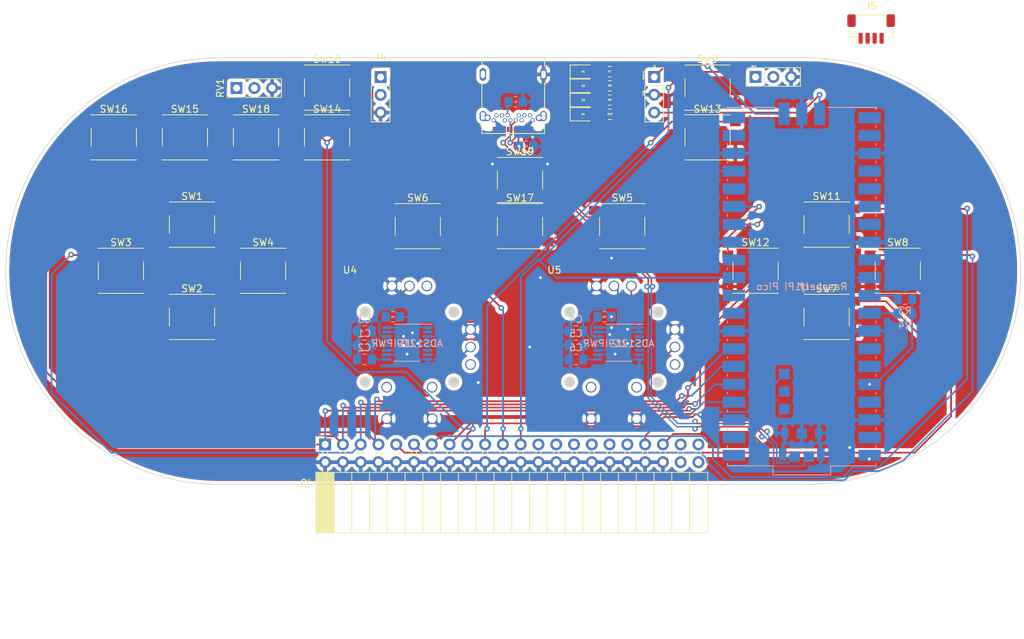
<source format=kicad_pcb>
(kicad_pcb (version 20211014) (generator pcbnew)
  (title_block (title "GP2040-CE Development Board") (date "2022-05-28") (rev "1") (company "Open Stick Foundation"))
  (layers (0 "F.Cu" signal) (31 "B.Cu" signal) (36 "B.SilkS" user "B.Silkscreen") (37 "F.SilkS" user "F.Silkscreen") (38 "B.Mask" user) (39 "F.Mask" user) (44 "Edge.Cuts" user))
  (net 0 "")
  (net 1 "+3V3")
  (net 2 "GND")
  (net 3 "Net-(D1-Pad2)")
  (net 4 "Net-(D2-Pad2)")
  (net 5 "Net-(D3-Pad2)")
  (net 6 "Net-(D4-Pad2)")
  (net 7 "Up")
  (net 8 "Down")
  (net 9 "Left")
  (net 10 "Right")
  (net 11 "B1")
  (net 12 "B2")
  (net 13 "B3")
  (net 14 "B4")
  (net 15 "L1")
  (net 16 "R1")
  (net 17 "L2")
  (net 18 "L3")
  (net 19 "R2")
  (net 20 "R3")
  (net 21 "SETTINGS")
  (net 22 "BOOTSEL")
  (net 23 "S1")
  (net 24 "SWCLK")
  (net 25 "SWDIO")
  (net 26 "Net-(J1-PadB5)")
  (net 27 "Net-(J1-PadA5)")
  (net 28 "SDA")
  (net 29 "SCL")
  (net 30 "Net-(R5-Pad1)")
  (net 31 "Net-(R6-Pad1)")
  (net 32 "PLED1")
  (net 33 "PLED2")
  (net 34 "PLED3")
  (net 35 "PLED4")
  (net 36 "RGB")
  (net 37 "S2")
  (net 38 "RUN")
  (net 42 "VBUS")
  (net 43 "D-")
  (net 44 "D+")
  (net 48 "RSB2")
  (net 49 "RSY")
  (net 50 "RSX")
  (net 52 "LSB2")
  (net 53 "LSY")
  (net 54 "LSX")
  (net 65 "A1")
  (net 66 "A2")
  (footprint "Button_Switch_SMD:SW_Push_1P1T_NO_6x6mm_H9.5mm" (layer "F.Cu") (at 134.366 100.076)
    (fp_text reference "SW6")
    (fp_text value "S2")
  )
  (footprint "ul_ADS1219IPWR:R_0805_2012Metric_Pad1.20x1.40mm_HandSolder" (layer "F.Cu") (at 161.798 80.01)
    (fp_text reference "R8")
    (fp_text value "330Ω")
  )
  (footprint "Connector_PinHeader_2.54mm:PinHeader_1x03_P2.54mm_Vertical" (layer "F.Cu") (at 108.473 80.321 90)
    (fp_text reference "RV1")
    (fp_text value "10k")
  )
  (footprint "Connector_JST:JST_SH_BM04B-SRSS-TB_1x04-1MP_P1.00mm_Vertical" (layer "F.Cu") (at 199.136 71.882)
    (fp_text reference "J5")
    (fp_text value "qwiic")
  )
  (footprint "THB001P:THB001P" (layer "F.Cu") (at 133.175 117.35)
    (fp_text reference "U4")
    (fp_text value "Left Stick")
    (fp_circle (center -6.325 -5) (end -5.6 -5) (layer "Edge.Cuts") (width 0.12) (fill solid))
    (fp_circle (center 6.325 -5) (end 7.05 -5) (layer "Edge.Cuts") (width 0.12) (fill solid))
    (fp_circle (center 6.325 5) (end 7.05 5) (layer "Edge.Cuts") (width 0.12) (fill solid))
    (fp_circle (center -6.325 5) (end -5.6 5) (layer "Edge.Cuts") (width 0.12) (fill solid))
  )
  (footprint "Button_Switch_SMD:SW_Push_1P1T_NO_6x6mm_H9.5mm" (layer "F.Cu") (at 175.768 80.264)
    (fp_text reference "SW9")
    (fp_text value "R2")
  )
  (footprint "Button_Switch_SMD:SW_Push_1P1T_NO_6x6mm_H9.5mm" (layer "F.Cu") (at 121.412 80.264)
    (fp_text reference "SW10")
    (fp_text value "L2")
  )
  (footprint "Connector_PinHeader_2.54mm:PinHeader_1x03_P2.54mm_Vertical" (layer "F.Cu") (at 182.626 78.74 90)
    (fp_text reference "RV2")
    (fp_text value "10k")
  )
  (footprint "ul_ADS1219IPWR:LED_0805_2012Metric_Pad1.15x1.40mm_HandSolder" (layer "F.Cu") (at 157.997 84.074)
    (fp_text reference "D4")
    (fp_text value "PLED4")
  )
  (footprint "UJ31-CH-31-SMT-TR:CUI_UJ31-CH-31-SMT-TR" (layer "F.Cu") (at 148 86.235 180)
    (fp_text reference "J1")
    (fp_text value "USB_C_Receptacle")
    (fp_line (start -3.68 1.96) (end -4.03 1.96) (layer "Edge.Cuts") (width 0.01))
    (fp_line (start 4.03 1.96) (end 3.68 1.96) (layer "Edge.Cuts") (width 0.01))
    (fp_line (start -4.63 2.16) (end -4.63 1.66) (layer "Edge.Cuts") (width 0.01))
    (fp_line (start 3.68 1.36) (end 4.33 1.36) (layer "Edge.Cuts") (width 0.01))
    (fp_line (start 3.45 1.085) (end 3.75 1.085) (layer "Edge.Cuts") (width 0.01))
    (fp_line (start 4.63 2.16) (end 4.63 1.66) (layer "Edge.Cuts") (width 0.01))
    (fp_line (start -4.03 1.96) (end -4.03 2.16) (layer "Edge.Cuts") (width 0.01))
    (fp_line (start -4.33 1.36) (end -3.68 1.36) (layer "Edge.Cuts") (width 0.01))
    (fp_line (start 3.45 0.235) (end 3.75 0.235) (layer "Edge.Cuts") (width 0.01))
    (fp_line (start 4.03 1.96) (end 4.03 2.16) (layer "Edge.Cuts") (width 0.01))
    (fp_arc (start 4.63 2.16) (mid 4.33 2.46) (end 4.03 2.16) (layer "Edge.Cuts") (width 0.01))
    (fp_arc (start 3.75 0.235) (mid 4.175 0.66) (end 3.75 1.085) (layer "Edge.Cuts") (width 0.01))
    (fp_arc (start -4.63 1.66) (mid -4.542132 1.447868) (end -4.33 1.36) (layer "Edge.Cuts") (width 0.01))
    (fp_arc (start -3.68 1.36) (mid -3.38 1.66) (end -3.68 1.96) (layer "Edge.Cuts") (width 0.01))
    (fp_arc (start 3.45 1.085) (mid 3.025 0.66) (end 3.45 0.235) (layer "Edge.Cuts") (width 0.01))
    (fp_arc (start 3.68 1.96) (mid 3.38 1.66) (end 3.68 1.36) (layer "Edge.Cuts") (width 0.01))
    (fp_arc (start 4.33 1.36) (mid 4.542132 1.447868) (end 4.63 1.66) (layer "Edge.Cuts") (width 0.01))
    (fp_arc (start -4.03 2.16) (mid -4.33 2.46) (end -4.63 2.16) (layer "Edge.Cuts") (width 0.01))
  )
  (footprint "Button_Switch_SMD:SW_Push_1P1T_NO_6x6mm_H9.5mm" (layer "F.Cu") (at 101.092 87.376)
    (fp_text reference "SW15")
    (fp_text value "BOOTSEL")
  )
  (footprint "Button_Switch_SMD:SW_Push_1P1T_NO_6x6mm_H9.5mm" (layer "F.Cu") (at 102.108 99.846)
    (fp_text reference "SW1")
    (fp_text value "Up")
  )
  (footprint "Connector_PinSocket_2.54mm:PinSocket_1x03_P2.54mm_Vertical" (layer "F.Cu") (at 129.057 78.755)
    (fp_text reference "J4")
    (fp_text value "RGB LED")
  )
  (footprint "Button_Switch_SMD:SW_Push_1P1T_NO_6x6mm_H9.5mm" (layer "F.Cu") (at 90.932 87.376)
    (fp_text reference "SW16")
    (fp_text value "Settings")
  )
  (footprint "Button_Switch_SMD:SW_Push_1P1T_NO_6x6mm_H9.5mm" (layer "F.Cu") (at 175.768 87.376)
    (fp_text reference "SW13")
    (fp_text value "R1")
  )
  (footprint "Connector_PinSocket_2.54mm:PinSocket_2x22_P2.54mm_Horizontal" (layer "F.Cu") (at 121.128 131.281 90)
    (fp_text reference "J2")
    (fp_text value "Conn_02x22_Odd_Even" hide)
  )
  (footprint "Button_Switch_SMD:SW_Push_1P1T_NO_6x6mm_H9.5mm" (layer "F.Cu") (at 202.946 106.45)
    (fp_text reference "SW8")
    (fp_text value "B2")
  )
  (footprint "Button_Switch_SMD:SW_Push_1P1T_NO_6x6mm_H9.5mm" (layer "F.Cu") (at 112.268 106.45)
    (fp_text reference "SW4")
    (fp_text value "Right")
  )
  (footprint "Button_Switch_SMD:SW_Push_1P1T_NO_6x6mm_H9.5mm" (layer "F.Cu") (at 121.412 87.376)
    (fp_text reference "SW14")
    (fp_text value "L1")
  )
  (footprint "ul_ADS1219IPWR:LED_0805_2012Metric_Pad1.15x1.40mm_HandSolder" (layer "F.Cu") (at 157.988 82.042)
    (fp_text reference "D3")
    (fp_text value "PLED3")
  )
  (footprint "Button_Switch_SMD:SW_Push_1P1T_NO_6x6mm_H9.5mm" (layer "F.Cu") (at 163.576 100.076)
    (fp_text reference "SW5")
    (fp_text value "S1")
  )
  (footprint "Button_Switch_SMD:SW_Push_1P1T_NO_6x6mm_H9.5mm" (layer "F.Cu") (at 102.108 113.054)
    (fp_text reference "SW2")
    (fp_text value "Down")
  )
  (footprint "Button_Switch_SMD:SW_Push_1P1T_NO_6x6mm_H9.5mm" (layer "F.Cu") (at 111.252 87.376)
    (fp_text reference "SW18")
    (fp_text value "Reset")
  )
  (footprint "Connector_PinSocket_2.54mm:PinSocket_1x03_P2.54mm_Vertical" (layer "F.Cu") (at 168.148 78.74)
    (fp_text reference "J3")
    (fp_text value "Debug")
  )
  (footprint "ul_ADS1219IPWR:R_0805_2012Metric_Pad1.20x1.40mm_HandSolder" (layer "F.Cu") (at 161.807 84.074)
    (fp_text reference "R10")
    (fp_text value "330Ω")
  )
  (footprint "THB001P:THB001P" (layer "F.Cu") (at 162.385 117.35)
    (fp_text reference "U5")
    (fp_text value "Right Stick")
    (fp_circle (center -6.325 -5) (end -5.6 -5) (layer "Edge.Cuts") (width 0.12) (fill solid))
    (fp_circle (center 6.325 5) (end 7.05 5) (layer "Edge.Cuts") (width 0.12) (fill solid))
    (fp_circle (center 6.325 -5) (end 7.05 -5) (layer "Edge.Cuts") (width 0.12) (fill solid))
    (fp_circle (center -6.325 5) (end -5.6 5) (layer "Edge.Cuts") (width 0.12) (fill solid))
  )
  (footprint "Button_Switch_SMD:SW_Push_1P1T_NO_6x6mm_H9.5mm" (layer "F.Cu") (at 182.626 106.45)
    (fp_text reference "SW12")
    (fp_text value "B4")
  )
  (footprint "Button_Switch_SMD:SW_Push_1P1T_NO_6x6mm_H9.5mm" (layer "F.Cu") (at 192.786 113.054)
    (fp_text reference "SW7")
    (fp_text value "B1")
  )
  (footprint "ul_ADS1219IPWR:R_0805_2012Metric_Pad1.20x1.40mm_HandSolder" (layer "F.Cu") (at 161.798 77.978)
    (fp_text reference "R7")
    (fp_text value "330Ω")
  )
  (footprint "ul_ADS1219IPWR:LED_0805_2012Metric_Pad1.15x1.40mm_HandSolder" (layer "F.Cu") (at 157.988 77.978)
    (fp_text reference "D1")
    (fp_text value "PLED1")
  )
  (footprint "ul_ADS1219IPWR:R_0805_2012Metric_Pad1.20x1.40mm_HandSolder" (layer "F.Cu") (at 161.798 82.042)
    (fp_text reference "R9")
    (fp_text value "330Ω")
  )
  (footprint "ul_ADS1219IPWR:LED_0805_2012Metric_Pad1.15x1.40mm_HandSolder" (layer "F.Cu") (at 157.988 80.01)
    (fp_text reference "D2")
    (fp_text value "PLED2")
  )
  (footprint "Button_Switch_SMD:SW_Push_1P1T_NO_6x6mm_H9.5mm" (layer "F.Cu") (at 148.971 100.076)
    (fp_text reference "SW17")
    (fp_text value "A1")
  )
  (footprint "Button_Switch_SMD:SW_Push_1P1T_NO_6x6mm_H9.5mm" (layer "F.Cu") (at 148.971 93.472)
    (fp_text reference "SW19")
    (fp_text value "A2")
  )
  (footprint "Button_Switch_SMD:SW_Push_1P1T_NO_6x6mm_H9.5mm" (layer "F.Cu") (at 192.786 99.846)
    (fp_text reference "SW11")
    (fp_text value "B3")
  )
  (footprint "Button_Switch_SMD:SW_Push_1P1T_NO_6x6mm_H9.5mm" (layer "F.Cu") (at 91.948 106.45)
    (fp_text reference "SW3")
    (fp_text value "Left")
  )
  (footprint "ul_ADS1219IPWR:R_0805_2012Metric_Pad1.20x1.40mm_HandSolder" (layer "B.Cu") (at 148.336 82.296)
    (fp_text reference "R1")
    (fp_text value "5.1k")
  )
  (footprint "Capacitor_SMD:C_0805_2012Metric_Pad1.18x1.45mm_HandSolder" (layer "B.Cu") (at 126.746 119.126 180)
    (fp_text reference "C2")
    (fp_text value "0.1μf")
  )
  (footprint "Capacitor_SMD:C_0805_2012Metric_Pad1.18x1.45mm_HandSolder" (layer "B.Cu") (at 126.746 117.094 180)
    (fp_text reference "C1")
    (fp_text value "0.1μf")
  )
  (footprint "ul_ADS1219IPWR:ADS1219IPWR" (layer "B.Cu") (at 163.068 116.84 180)
    (fp_text reference "U2")
    (fp_text value "ADS1219IPWR")
  )
  (footprint "ul_ADS1219IPWR:R_0805_2012Metric_Pad1.20x1.40mm_HandSolder" (layer "B.Cu") (at 130.81 113.03)
    (fp_text reference "R6")
    (fp_text value "4.7k")
  )
  (footprint "ul_ADS1219IPWR:R_0805_2012Metric_Pad1.20x1.40mm_HandSolder" (layer "B.Cu") (at 149.86 88.646)
    (fp_text reference "R2")
    (fp_text value "5.1k")
  )
  (footprint "Capacitor_SMD:C_0805_2012Metric_Pad1.18x1.45mm_HandSolder" (layer "B.Cu") (at 156.972 119.126 180)
    (fp_text reference "C6")
    (fp_text value "0.1μf")
  )
  (footprint "Capacitor_SMD:C_0805_2012Metric_Pad1.18x1.45mm_HandSolder" (layer "B.Cu") (at 203.962 112.5767)
    (fp_text reference "R4")
    (fp_text value "4.7k")
  )
  (footprint "Capacitor_SMD:C_0805_2012Metric_Pad1.18x1.45mm_HandSolder" (layer "B.Cu") (at 126.746 115.062 180)
    (fp_text reference "C3")
    (fp_text value "0.1μf")
  )
  (footprint "ul_ADS1219IPWR:ADS1219IPWR" (layer "B.Cu") (at 132.842 116.84 180)
    (fp_text reference "U3")
    (fp_text value "ADS1219IPWR")
  )
  (footprint "ul_SC0915:SC0915" (layer "B.Cu") (at 189.23 108.712)
    (fp_text reference "U1")
    (fp_text value "Raspbery Pi Pico")
  )
  (footprint "Capacitor_SMD:C_0805_2012Metric_Pad1.18x1.45mm_HandSolder" (layer "B.Cu") (at 203.962 110.49)
    (fp_text reference "R3")
    (fp_text value "4.7k")
  )
  (footprint "ul_ADS1219IPWR:R_0805_2012Metric_Pad1.20x1.40mm_HandSolder" (layer "B.Cu") (at 161.036 113.03)
    (fp_text reference "R5")
    (fp_text value "4.7k")
  )
  (footprint "Capacitor_SMD:C_0805_2012Metric_Pad1.18x1.45mm_HandSolder" (layer "B.Cu") (at 156.972 115.062 180)
    (fp_text reference "C4")
    (fp_text value "0.1μf")
  )
  (footprint "Capacitor_SMD:C_0805_2012Metric_Pad1.18x1.45mm_HandSolder" (layer "B.Cu") (at 156.972 117.094 180)
    (fp_text reference "C5")
    (fp_text value "0.1μf")
  )
  (gr_line (start 106 76) (end 190 76) (layer "Edge.Cuts") (width 0.1))
  (gr_line (start 106 137) (end 190 137) (layer "Edge.Cuts") (width 0.1))
  (gr_arc (start 190 76) (mid 220.5 106.5) (end 190 137) (layer "Edge.Cuts") (width 0.1))
  (gr_arc (start 106 137) (mid 75.5 106.5) (end 106 76) (layer "Edge.Cuts") (width 0.1))
  (gr_text "GND" (at 166.624 81.026 90) (layer "F.SilkS") (effects (font (size 0.25 0.25) (thickness 0.0625))))
  (gr_text "SWCLK" (at 166.624 78.486 90) (layer "F.SilkS") (effects (font (size 0.25 0.25) (thickness 0.0625))))
  (segment (start 164.885 110.181) (end 164.885 108.62) (width 0.25) (layer "F.Cu") (net 1))
  (segment (start 162.036 113.03) (end 164.885 110.181) (width 0.25) (layer "F.Cu") (net 1))
  (via (at 162.036 113.03) (size 0.8) (drill 0.4) (layers "F.Cu" "B.Cu") (net 1))
  (via (at 198.9201 122.682) (size 0.8) (drill 0.4) (layers "F.Cu" "B.Cu") (net 1))
  (segment (start 198.9201 122.682) (end 199.7202 122.682) (width 0.25) (layer "B.Cu") (net 1))
  (segment (start 161.01148 112.00548) (end 162.036 113.03) (width 0.25) (layer "B.Cu") (net 1))
  (segment (start 130.78548 112.00548) (end 131.81 113.03) (width 0.25) (layer "B.Cu") (net 1))
  (segment (start 128.0375 119.126) (end 129.881 119.126) (width 0.25) (layer "B.Cu") (net 1))
  (segment (start 127.7835 115.062) (end 127.7835 113.444007) (width 0.25) (layer "B.Cu") (net 1))
  (segment (start 204.9995 117.4027) (end 204.9995 112.5767) (width 0.25) (layer "B.Cu") (net 1))
  (segment (start 135.791999 115.865001) (end 136.741999 115.865001) (width 0.25) (layer "B.Cu") (net 1))
  (segment (start 158.0095 113.444007) (end 159.448027 112.00548) (width 0.25) (layer "B.Cu") (net 1))
  (segment (start 136.741999 115.865001) (end 136.906 115.701) (width 0.25) (layer "B.Cu") (net 1))
  (segment (start 158.0095 115.062) (end 158.0095 113.444007) (width 0.25) (layer "B.Cu") (net 1))
  (segment (start 158.0095 119.126) (end 158.0095 117.094) (width 0.25) (layer "B.Cu") (net 1))
  (segment (start 158.0095 117.094) (end 160.046997 117.094) (width 0.25) (layer "B.Cu") (net 1))
  (segment (start 128.0375 115.610504) (end 128.941998 116.515002) (width 0.25) (layer "B.Cu") (net 1))
  (segment (start 127.7835 119.126) (end 127.7835 115.062) (width 0.25) (layer "B.Cu") (net 1))
  (segment (start 158.0095 119.126) (end 160.107 119.126) (width 0.25) (layer "B.Cu") (net 1))
  (segment (start 129.881 119.126) (end 129.891998 119.115002) (width 0.25) (layer "B.Cu") (net 1))
  (segment (start 159.462502 116.515002) (end 160.117998 116.515002) (width 0.25) (layer "B.Cu") (net 1))
  (segment (start 158.0095 115.062) (end 159.462502 116.515002) (width 0.25) (layer "B.Cu") (net 1))
  (segment (start 136.906 115.701) (end 136.906 114.426864) (width 0.25) (layer "B.Cu") (net 1))
  (segment (start 158.0095 115.062) (end 158.0095 117.094) (width 0.25) (layer "B.Cu") (net 1))
  (segment (start 129.222027 112.00548) (end 130.78548 112.00548) (width 0.25) (layer "B.Cu") (net 1))
  (segment (start 199.7202 122.682) (end 204.9995 117.4027) (width 0.25) (layer "B.Cu") (net 1))
  (segment (start 159.448027 112.00548) (end 161.01148 112.00548) (width 0.25) (layer "B.Cu") (net 1))
  (segment (start 204.9995 112.5767) (end 204.9995 110.49) (width 0.25) (layer "B.Cu") (net 1))
  (segment (start 136.906 114.426864) (end 135.509136 113.03) (width 0.25) (layer "B.Cu") (net 1))
  (segment (start 128.0375 115.062) (end 128.0375 115.610504) (width 0.25) (layer "B.Cu") (net 1))
  (segment (start 135.509136 113.03) (end 131.81 113.03) (width 0.25) (layer "B.Cu") (net 1))
  (segment (start 135.791999 115.764521) (end 135.791999 115.865001) (width 0.25) (layer "B.Cu") (net 1))
  (segment (start 160.046997 117.094) (end 160.117998 117.165001) (width 0.25) (layer "B.Cu") (net 1))
  (segment (start 129.820997 117.094) (end 129.891998 117.165001) (width 0.25) (layer "B.Cu") (net 1))
  (segment (start 127.7835 113.444007) (end 129.222027 112.00548) (width 0.25) (layer "B.Cu") (net 1))
  (segment (start 128.0375 117.094) (end 129.820997 117.094) (width 0.25) (layer "B.Cu") (net 1))
  (segment (start 128.941998 116.515002) (end 129.891998 116.515002) (width 0.25) (layer "B.Cu") (net 1))
  (segment (start 160.107 119.126) (end 160.117998 119.115002) (width 0.25) (layer "B.Cu") (net 1))
  (via (at 164.338 114.808) (size 0.8) (drill 0.4) (layers "F.Cu" "B.Cu") (net 2))
  (via (at 164.338 116.84) (size 0.8) (drill 0.4) (layers "F.Cu" "B.Cu") (net 2))
  (via (at 134.366 116.84) (size 0.8) (drill 0.4) (layers "F.Cu" "B.Cu") (net 2))
  (segment (start 164.580999 114.565001) (end 164.338 114.808) (width 0.25) (layer "B.Cu") (net 2))
  (segment (start 166.017999 116.515002) (end 164.662998 116.515002) (width 0.25) (layer "B.Cu") (net 2))
  (segment (start 164.662998 116.515002) (end 164.338 116.84) (width 0.25) (layer "B.Cu") (net 2))
  (segment (start 166.017999 115.215002) (end 164.745002 115.215002) (width 0.25) (layer "B.Cu") (net 2))
  (segment (start 135.791999 117.165001) (end 134.691001 117.165001) (width 0.25) (layer "B.Cu") (net 2))
  (segment (start 166.017999 117.165001) (end 164.663001 117.165001) (width 0.25) (layer "B.Cu") (net 2))
  (segment (start 164.745002 115.215002) (end 164.338 114.808) (width 0.25) (layer "B.Cu") (net 2))
  (segment (start 135.791999 116.515002) (end 134.690998 116.515002) (width 0.25) (layer "B.Cu") (net 2))
  (segment (start 134.690998 116.515002) (end 134.366 116.84) (width 0.25) (layer "B.Cu") (net 2))
  (segment (start 164.663001 117.165001) (end 164.338 116.84) (width 0.25) (layer "B.Cu") (net 2))
  (segment (start 166.017999 114.565001) (end 164.580999 114.565001) (width 0.25) (layer "B.Cu") (net 2))
  (segment (start 134.691001 117.165001) (end 134.366 116.84) (width 0.25) (layer "B.Cu") (net 2))
  (segment (start 164.338 116.84) (end 164.338 114.808) (width 0.25) (layer "B.Cu") (net 2))
  (segment (start 121.195489 126.454511) (end 172.872388 126.454511) (width 0.25) (layer "F.Cu") (net 7))
  (segment (start 172.872388 126.454511) (end 173.126399 126.2005) (width 0.25) (layer "F.Cu") (net 7))
  (segment (start 121.128 131.281) (end 91.657 131.281) (width 0.25) (layer "F.Cu") (net 7))
  (segment (start 81.026 105.156) (end 88.586 97.596) (width 0.25) (layer "F.Cu") (net 7))
  (segment (start 121.158 126.492) (end 121.195489 126.454511) (width 0.25) (layer "F.Cu") (net 7))
  (segment (start 81.026 120.65) (end 81.026 105.156) (width 0.25) (layer "F.Cu") (net 7))
  (segment (start 91.657 131.281) (end 81.026 120.65) (width 0.25) (layer "F.Cu") (net 7))
  (segment (start 88.586 97.596) (end 106.083 97.596) (width 0.25) (layer "F.Cu") (net 7))
  (via (at 173.126399 126.2005) (size 0.8) (drill 0.4) (layers "F.Cu" "B.Cu") (net 7))
  (via (at 121.158 126.492) (size 0.8) (drill 0.4) (layers "F.Cu" "B.Cu") (net 7))
  (segment (start 121.128 126.522) (end 121.128 131.281) (width 0.25) (layer "B.Cu") (net 7))
  (segment (start 173.126399 126.2005) (end 174.290114 126.2005) (width 0.25) (layer "B.Cu") (net 7))
  (segment (start 121.158 126.492) (end 121.128 126.522) (width 0.25) (layer "B.Cu") (net 7))
  (segment (start 174.290114 126.2005) (end 175.268614 125.222) (width 0.25) (layer "B.Cu") (net 7))
  (segment (start 175.268614 125.222) (end 179.5399 125.222) (width 0.25) (layer "B.Cu") (net 7))
  (segment (start 123.668 131.281) (end 122.493489 130.106489) (width 0.25) (layer "F.Cu") (net 8))
  (segment (start 172.826285 125.476) (end 173.99 125.476) (width 0.25) (layer "F.Cu") (net 8))
  (segment (start 123.698 125.73) (end 123.972991 126.004991) (width 0.25) (layer "F.Cu") (net 8))
  (segment (start 83.82 122.808282) (end 83.82 115.824) (width 0.25) (layer "F.Cu") (net 8))
  (segment (start 123.972991 126.004991) (end 172.401888 126.004991) (width 0.25) (layer "F.Cu") (net 8))
  (segment (start 83.82 115.824) (end 88.84 110.804) (width 0.25) (layer "F.Cu") (net 8))
  (segment (start 122.493489 130.106489) (end 91.118207 130.106489) (width 0.25) (layer "F.Cu") (net 8))
  (segment (start 91.118207 130.106489) (end 83.82 122.808282) (width 0.25) (layer "F.Cu") (net 8))
  (segment (start 88.84 110.804) (end 98.133 110.804) (width 0.25) (layer "F.Cu") (net 8))
  (segment (start 98.133 110.804) (end 106.083 110.804) (width 0.25) (layer "F.Cu") (net 8))
  (segment (start 172.401888 125.900397) (end 172.826285 125.476) (width 0.25) (layer "F.Cu") (net 8))
  (segment (start 172.401888 126.004991) (end 172.401888 125.900397) (width 0.25) (layer "F.Cu") (net 8))
  (via (at 123.698 125.73) (size 0.8) (drill 0.4) (layers "F.Cu" "B.Cu") (net 8))
  (via (at 173.99 125.476) (size 0.8) (drill 0.4) (layers "F.Cu" "B.Cu") (net 8))
  (segment (start 123.698 125.73) (end 123.668 125.76) (width 0.25) (layer "B.Cu") (net 8))
  (segment (start 123.668 125.76) (end 123.668 131.281) (width 0.25) (layer "B.Cu") (net 8))
  (segment (start 173.99 125.476) (end 176.784 122.682) (width 0.25) (layer "B.Cu") (net 8))
  (segment (start 176.784 122.682) (end 179.5399 122.682) (width 0.25) (layer "B.Cu") (net 8))
  (segment (start 172.974 124.46) (end 172.974 123.19) (width 0.25) (layer "F.Cu") (net 9))
  (segment (start 84.896 104.2) (end 95.923 104.2) (width 0.25) (layer "F.Cu") (net 9))
  (segment (start 126.238 125.280491) (end 126.51298 125.555471) (width 0.25) (layer "F.Cu") (net 9))
  (segment (start 126.51298 125.555471) (end 171.878529 125.555471) (width 0.25) (layer "F.Cu") (net 9))
  (segment (start 84.836 104.14) (end 84.896 104.2) (width 0.25) (layer "F.Cu") (net 9))
  (segment (start 171.878529 125.555471) (end 172.974 124.46) (width 0.25) (layer "F.Cu") (net 9))
  (via (at 172.974 123.19) (size 0.8) (drill 0.4) (layers "F.Cu" "B.Cu") (net 9))
  (via (at 84.836 104.14) (size 0.8) (drill 0.4) (layers "F.Cu" "B.Cu") (net 9))
  (via (at 126.238 125.280491) (size 0.8) (drill 0.4) (layers "F.Cu" "B.Cu") (net 9))
  (segment (start 126.238 125.280491) (end 126.208 125.310491) (width 0.25) (layer "B.Cu") (net 9))
  (segment (start 82.042 106.934) (end 84.836 104.14) (width 0.25) (layer "B.Cu") (net 9))
  (segment (start 178.562 117.602) (end 179.5399 117.602) (width 0.25) (layer "B.Cu") (net 9))
  (segment (start 125.033489 132.455511) (end 90.545511 132.455511) (width 0.25) (layer "B.Cu") (net 9))
  (segment (start 126.208 131.281) (end 125.033489 132.455511) (width 0.25) (layer "B.Cu") (net 9))
  (segment (start 90.545511 132.455511) (end 82.042 123.952) (width 0.25) (layer "B.Cu") (net 9))
  (segment (start 82.042 123.952) (end 82.042 106.934) (width 0.25) (layer "B.Cu") (net 9))
  (segment (start 126.208 125.310491) (end 126.208 131.281) (width 0.25) (layer "B.Cu") (net 9))
  (segment (start 172.974 123.19) (end 178.562 117.602) (width 0.25) (layer "B.Cu") (net 9))
  (segment (start 109.28 104.2) (end 108.293 104.2) (width 0.25) (layer "F.Cu") (net 10))
  (segment (start 112.97 104.2) (end 116.243 104.2) (width 0.25) (layer "F.Cu") (net 10))
  (segment (start 171.303451 125.105951) (end 128.79898 125.105951) (width 0.25) (layer "F.Cu") (net 10))
  (segment (start 111.252 106.172) (end 111.125 106.045) (width 0.25) (layer "F.Cu") (net 10))
  (segment (start 127.007 129.54) (end 113.538 129.54) (width 0.25) (layer "F.Cu") (net 10))
  (segment (start 172.080701 124.328701) (end 171.303451 125.105951) (width 0.25) (layer "F.Cu") (net 10))
  (segment (start 111.125 106.045) (end 112.97 104.2) (width 0.25) (layer "F.Cu") (net 10))
  (segment (start 128.79898 125.105951) (end 128.524 124.830971) (width 0.25) (layer "F.Cu") (net 10))
  (segment (start 128.748 131.281) (end 127.007 129.54) (width 0.25) (layer "F.Cu") (net 10))
  (segment (start 111.125 106.045) (end 109.28 104.2) (width 0.25) (layer "F.Cu") (net 10))
  (segment (start 111.252 127.254) (end 111.252 106.172) (width 0.25) (layer "F.Cu") (net 10))
  (segment (start 113.538 129.54) (end 111.252 127.254) (width 0.25) (layer "F.Cu") (net 10))
  (via (at 128.524 124.830971) (size 0.8) (drill 0.4) (layers "F.Cu" "B.Cu") (net 10))
  (via (at 172.080701 124.328701) (size 0.8) (drill 0.4) (layers "F.Cu" "B.Cu") (net 10))
  (segment (start 173.502999 124.328701) (end 177.6897 120.142) (width 0.25) (layer "B.Cu") (net 10))
  (segment (start 128.524 124.830971) (end 128.27 125.084971) (width 0.25) (layer "B.Cu") (net 10))
  (segment (start 128.27 125.084971) (end 128.27 130.803) (width 0.25) (layer "B.Cu") (net 10))
  (segment (start 128.27 130.803) (end 128.748 131.281) (width 0.25) (layer "B.Cu") (net 10))
  (segment (start 177.6897 120.142) (end 179.5399 120.142) (width 0.25) (layer "B.Cu") (net 10))
  (segment (start 172.080701 124.328701) (end 173.502999 124.328701) (width 0.25) (layer "B.Cu") (net 10))
  (segment (start 132.462511 132.455511) (end 131.288 131.281) (width 0.25) (layer "F.Cu") (net 11))
  (segment (start 188.811 110.804) (end 201.228 110.804) (width 0.25) (layer "F.Cu") (net 11))
  (segment (start 210.566 127.254) (end 205.364489 132.455511) (width 0.25) (layer "F.Cu") (net 11))
  (segment (start 201.228 110.804) (end 210.566 120.142) (width 0.25) (layer "F.Cu") (net 11))
  (segment (start 210.566 120.142) (end 210.566 127.254) (width 0.25) (layer "F.Cu") (net 11))
  (segment (start 205.364489 132.455511) (end 132.462511 132.455511) (width 0.25) (layer "F.Cu") (net 11))
  (segment (start 213.42 104.2) (end 198.971 104.2) (width 0.25) (layer "F.Cu") (net 12))
  (segment (start 213.614 104.394) (end 213.42 104.2) (width 0.25) (layer "F.Cu") (net 12))
  (via (at 213.614 104.394) (size 0.8) (drill 0.4) (layers "F.Cu" "B.Cu") (net 12))
  (segment (start 195.320935 136.398) (end 196.616171 135.102764) (width 0.25) (layer "B.Cu") (net 12))
  (segment (start 203.721115 133.590885) (end 213.614 123.698) (width 0.25) (layer "B.Cu") (net 12))
  (segment (start 203.248645 133.830547) (end 203.721115 133.590885) (width 0.25) (layer "B.Cu") (net 12))
  (segment (start 175.642511 133.732511) (end 178.308 136.398) (width 0.25) (layer "B.Cu") (net 12))
  (segment (start 196.616171 135.102764) (end 200.21603 135.102764) (width 0.25) (layer "B.Cu") (net 12))
  (segment (start 200.21603 135.102764) (end 201.242011 134.71529) (width 0.25) (layer "B.Cu") (net 12))
  (segment (start 201.242011 134.71529) (end 202.253309 134.291039) (width 0.25) (layer "B.Cu") (net 12))
  (segment (start 135.002511 132.455511) (end 174.763521 132.455511) (width 0.25) (layer "B.Cu") (net 12))
  (segment (start 178.308 136.398) (end 195.320935 136.398) (width 0.25) (layer "B.Cu") (net 12))
  (segment (start 175.642511 133.334501) (end 175.642511 133.732511) (width 0.25) (layer "B.Cu") (net 12))
  (segment (start 133.828 131.281) (end 135.002511 132.455511) (width 0.25) (layer "B.Cu") (net 12))
  (segment (start 213.614 123.698) (end 213.614 104.394) (width 0.25) (layer "B.Cu") (net 12))
  (segment (start 174.763521 132.455511) (end 175.642511 133.334501) (width 0.25) (layer "B.Cu") (net 12))
  (segment (start 202.253309 134.291039) (end 203.248645 133.830547) (width 0.25) (layer "B.Cu") (net 12))
  (segment (start 212.852 97.536) (end 212.792 97.596) (width 0.25) (layer "F.Cu") (net 13))
  (segment (start 212.792 97.596) (end 188.811 97.596) (width 0.25) (layer "F.Cu") (net 13))
  (segment (start 188.811 97.596) (end 185.106 97.596) (width 0.25) (layer "F.Cu") (net 13))
  (segment (start 185.106 97.596) (end 182.88 99.822) (width 0.25) (layer "F.Cu") (net 13))
  (via (at 182.88 99.822) (size 0.8) (drill 0.4) (layers "F.Cu" "B.Cu") (net 13))
  (via (at 212.852 97.536) (size 0.8) (drill 0.4) (layers "F.Cu" "B.Cu") (net 13))
  (segment (start 196.507366 134.575852) (end 199.599852 134.575852) (width 0.25) (layer "B.Cu") (net 13))
  (segment (start 137.542511 130.106489) (end 174.954499 130.106489) (width 0.25) (layer "B.Cu") (net 13))
  (segment (start 199.599852 134.575852) (end 200.23557 134.575852) (width 0.25) (layer "B.Cu") (net 13))
  (segment (start 195.134737 135.94848) (end 195.513609 135.569608) (width 0.25) (layer "B.Cu") (net 13))
  (segment (start 174.954499 130.106489) (end 176.53 131.68199) (width 0.25) (layer "B.Cu") (net 13))
  (segment (start 212.852 121.959422) (end 212.852 97.536) (width 0.25) (layer "B.Cu") (net 13))
  (segment (start 191.008 135.94848) (end 195.134737 135.94848) (width 0.25) (layer "B.Cu") (net 13))
  (segment (start 200.23557 134.575852) (end 212.852 121.959422) (width 0.25) (layer "B.Cu") (net 13))
  (segment (start 136.368 131.281) (end 137.542511 130.106489) (width 0.25) (layer "B.Cu") (net 13))
  (segment (start 179.12848 135.94848) (end 191.008 135.94848) (width 0.25) (layer "B.Cu") (net 13))
  (segment (start 176.53 133.35) (end 179.12848 135.94848) (width 0.25) (layer "B.Cu") (net 13))
  (segment (start 182.88 99.822) (end 179.5399 99.822) (width 0.25) (layer "B.Cu") (net 13))
  (segment (start 195.513609 135.569608) (end 196.507366 134.575852) (width 0.25) (layer "B.Cu") (net 13))
  (segment (start 176.53 131.68199) (end 176.53 133.35) (width 0.25) (layer "B.Cu") (net 13))
  (segment (start 178.651 101.765) (end 183.134 97.282) (width 0.25) (layer "F.Cu") (net 14))
  (segment (start 164.76844 128.27) (end 165.184951 128.686511) (width 0.25) (layer "F.Cu") (net 14))
  (segment (start 141.919 128.27) (end 158.26844 128.27) (width 0.25) (layer "F.Cu") (net 14))
  (segment (start 173.426502 126.925011) (end 174.151002 126.200511) (width 0.25) (layer "F.Cu") (net 14))
  (segment (start 174.714511 116.086489) (end 186.601 104.2) (width 0.25) (layer "F.Cu") (net 14))
  (segment (start 158.684951 128.686511) (end 159.585049 128.686511) (width 0.25) (layer "F.Cu") (net 14))
  (segment (start 174.290103 126.200511) (end 174.714511 125.776103) (width 0.25) (layer "F.Cu") (net 14))
  (segment (start 165.184951 128.686511) (end 167.477489 128.686511) (width 0.25) (layer "F.Cu") (net 14))
  (segment (start 174.714511 125.776103) (end 174.714511 116.086489) (width 0.25) (layer "F.Cu") (net 14))
  (segment (start 160.00156 128.27) (end 164.76844 128.27) (width 0.25) (layer "F.Cu") (net 14))
  (segment (start 158.26844 128.27) (end 158.684951 128.686511) (width 0.25) (layer "F.Cu") (net 14))
  (segment (start 178.651 104.2) (end 178.651 101.765) (width 0.25) (layer "F.Cu") (net 14))
  (segment (start 169.238989 126.925011) (end 173.426502 126.925011) (width 0.25) (layer "F.Cu") (net 14))
  (segment (start 138.908 131.281) (end 141.919 128.27) (width 0.25) (layer "F.Cu") (net 14))
  (segment (start 174.151002 126.200511) (end 174.290103 126.200511) (width 0.25) (layer "F.Cu") (net 14))
  (segment (start 167.477489 128.686511) (end 169.238989 126.925011) (width 0.25) (layer "F.Cu") (net 14))
  (segment (start 159.585049 128.686511) (end 160.00156 128.27) (width 0.25) (layer "F.Cu") (net 14))
  (via (at 183.134 97.282) (size 0.8) (drill 0.4) (layers "F.Cu" "B.Cu") (net 14))
  (segment (start 183.134 97.282) (end 179.5399 97.282) (width 0.25) (layer "B.Cu") (net 14))
  (segment (start 146.341489 119.088511) (end 148.627489 119.088511) (width 0.25) (layer "F.Cu") (net 15))
  (segment (start 154.686 104.648) (end 162.052 104.648) (width 0.25) (layer "F.Cu") (net 15))
  (segment (start 117.437 85.126) (end 118.4 85.126) (width 0.25) (layer "F.Cu") (net 15))
  (segment (start 125.387 85.126) (end 124.424 85.126) (width 0.25) (layer "F.Cu") (net 15))
  (segment (start 148.627489 119.088511) (end 150.368 117.348) (width 0.25) (layer "F.Cu") (net 15))
  (segment (start 124.424 85.126) (end 121.412 88.138) (width 0.25) (layer "F.Cu") (net 15))
  (segment (start 151.892 107.442) (end 154.686 104.648) (width 0.25) (layer "F.Cu") (net 15))
  (segment (start 143.002 122.428) (end 146.341489 119.088511) (width 0.25) (layer "F.Cu") (net 15))
  (segment (start 141.448 129.824) (end 142.24 129.032) (width 0.25) (layer "F.Cu") (net 15))
  (segment (start 118.4 85.126) (end 121.412 88.138) (width 0.25) (layer "F.Cu") (net 15))
  (segment (start 141.448 131.281) (end 141.448 129.824) (width 0.25) (layer "F.Cu") (net 15))
  (via (at 142.24 129.032) (size 0.8) (drill 0.4) (layers "F.Cu" "B.Cu") (net 15))
  (via (at 151.892 107.442) (size 0.8) (drill 0.4) (layers "F.Cu" "B.Cu") (net 15))
  (via (at 121.412 88.138) (size 0.8) (drill 0.4) (layers "F.Cu" "B.Cu") (net 15))
  (via (at 143.002 122.428) (size 0.8) (drill 0.4) (layers "F.Cu" "B.Cu") (net 15))
  (via (at 162.052 104.648) (size 0.8) (drill 0.4) (layers "F.Cu" "B.Cu") (net 15))
  (via (at 150.368 117.348) (size 0.8) (drill 0.4) (layers "F.Cu" "B.Cu") (net 15))
  (segment (start 142.24 123.19) (end 143.002 122.428) (width 0.25) (layer "B.Cu") (net 15))
  (segment (start 174.498 92.202) (end 179.5399 92.202) (width 0.25) (layer "B.Cu") (net 15))
  (segment (start 142.24 129.032) (end 140.82044 129.032) (width 0.25) (layer "B.Cu") (net 15))
  (segment (start 132.69244 120.904) (end 125.77896 120.904) (width 0.25) (layer "B.Cu") (net 15))
  (segment (start 162.052 104.648) (end 174.498 92.202) (width 0.25) (layer "B.Cu") (net 15))
  (segment (start 140.82044 129.032) (end 132.69244 120.904) (width 0.25) (layer "B.Cu") (net 15))
  (segment (start 150.368 116.839902) (end 151.892 115.315902) (width 0.25) (layer "B.Cu") (net 15))
  (segment (start 125.77896 120.904) (end 121.412 116.53704) (width 0.25) (layer "B.Cu") (net 15))
  (segment (start 151.892 115.315902) (end 151.892 107.442) (width 0.25) (layer "B.Cu") (net 15))
  (segment (start 121.412 116.53704) (end 121.412 88.138) (width 0.25) (layer "B.Cu") (net 15))
  (segment (start 150.368 117.348) (end 150.368 116.839902) (width 0.25) (layer "B.Cu") (net 15))
  (segment (start 142.24 129.032) (end 142.24 123.19) (width 0.25) (layer "B.Cu") (net 15))
  (segment (start 143.988 131.281) (end 143.988 129.316) (width 0.25) (layer "F.Cu") (net 16))
  (segment (start 167.64 88.138) (end 170.652 85.126) (width 0.25) (layer "F.Cu") (net 16))
  (segment (start 143.988 129.316) (end 144.272 129.032) (width 0.25) (layer "F.Cu") (net 16))
  (segment (start 170.652 85.126) (end 171.793 85.126) (width 0.25) (layer "F.Cu") (net 16))
  (segment (start 171.793 85.126) (end 179.743 85.126) (width 0.25) (layer "F.Cu") (net 16))
  (via (at 144.272 129.032) (size 0.8) (drill 0.4) (layers "F.Cu" "B.Cu") (net 16))
  (via (at 167.64 88.138) (size 0.8) (drill 0.4) (layers "F.Cu" "B.Cu") (net 16))
  (segment (start 144.272 111.506) (end 167.64 88.138) (width 0.25) (layer "B.Cu") (net 16))
  (segment (start 144.272 129.032) (end 144.272 111.506) (width 0.25) (layer "B.Cu") (net 16))
  (segment (start 140.208 105.664) (end 130.556 105.664) (width 0.25) (layer "F.Cu") (net 17))
  (segment (start 127.882489 80.509489) (end 125.387 78.014) (width 0.25) (layer "F.Cu") (net 17))
  (segment (start 146.558 129.032) (end 146.528 129.062) (width 0.25) (layer "F.Cu") (net 17))
  (segment (start 146.304 111.76) (end 140.208 105.664) (width 0.25) (layer "F.Cu") (net 17))
  (segment (start 146.528 129.062) (end 146.528 131.281) (width 0.25) (layer "F.Cu") (net 17))
  (segment (start 125.387 78.014) (end 117.437 78.014) (width 0.25) (layer "F.Cu") (net 17))
  (segment (start 127.882489 102.990489) (end 127.882489 80.509489) (width 0.25) (layer "F.Cu") (net 17))
  (segment (start 130.556 105.664) (end 127.882489 102.990489) (width 0.25) (layer "F.Cu") (net 17))
  (via (at 146.304 111.76) (size 0.8) (drill 0.4) (layers "F.Cu" "B.Cu") (net 17))
  (via (at 146.558 129.032) (size 0.8) (drill 0.4) (layers "F.Cu" "B.Cu") (net 17))
  (segment (start 146.558 129.032) (end 146.558 112.014) (width 0.25) (layer "B.Cu") (net 17))
  (segment (start 146.558 112.014) (end 146.304 111.76) (width 0.25) (layer "B.Cu") (net 17))
  (segment (start 170.18 80.264) (end 171.793 78.651) (width 0.25) (layer "F.Cu") (net 19))
  (segment (start 171.793 78.014) (end 179.743 78.014) (width 0.25) (layer "F.Cu") (net 19))
  (segment (start 171.793 78.651) (end 171.793 78.014) (width 0.25) (layer "F.Cu") (net 19))
  (segment (start 149.098 129.032) (end 149.068 129.062) (width 0.25) (layer "F.Cu") (net 19))
  (segment (start 149.068 129.062) (end 149.068 131.281) (width 0.25) (layer "F.Cu") (net 19))
  (via (at 149.098 129.032) (size 0.8) (drill 0.4) (layers "F.Cu" "B.Cu") (net 19))
  (via (at 170.18 80.264) (size 0.8) (drill 0.4) (layers "F.Cu" "B.Cu") (net 19))
  (segment (start 154.178 107.442) (end 179.5399 107.442) (width 0.25) (layer "B.Cu") (net 19))
  (segment (start 151.574859 104.838859) (end 154.178 107.442) (width 0.25) (layer "B.Cu") (net 19))
  (segment (start 170.18 86.622614) (end 170.18 80.264) (width 0.25) (layer "B.Cu") (net 19))
  (segment (start 149.098 129.032) (end 149.098 107.315718) (width 0.25) (layer "B.Cu") (net 19))
  (segment (start 151.963755 104.838859) (end 170.18 86.622614) (width 0.25) (layer "B.Cu") (net 19))
  (segment (start 149.098 107.315718) (end 151.574859 104.838859) (width 0.25) (layer "B.Cu") (net 19))
  (segment (start 151.574859 104.838859) (end 151.963755 104.838859) (width 0.25) (layer "B.Cu") (net 19))
  (segment (start 86.957 85.126) (end 94.907 85.126) (width 0.25) (layer "F.Cu") (net 21))
  (segment (start 166.848 131.281) (end 166.848 130.078) (width 0.25) (layer "F.Cu") (net 22))
  (segment (start 173.987231 127) (end 174.752 127) (width 0.25) (layer "F.Cu") (net 22))
  (segment (start 173.6127 127.374531) (end 173.987231 127) (width 0.25) (layer "F.Cu") (net 22))
  (segment (start 169.551469 127.374531) (end 173.6127 127.374531) (width 0.25) (layer "F.Cu") (net 22))
  (segment (start 166.848 130.078) (end 169.551469 127.374531) (width 0.25) (layer "F.Cu") (net 22))
  (segment (start 97.117 85.126) (end 105.067 85.126) (width 0.25) (layer "F.Cu") (net 22))
  (via (at 174.752 127) (size 0.8) (drill 0.4) (layers "F.Cu" "B.Cu") (net 22))
  (segment (start 174.752 127) (end 175.114611 126.637389) (width 0.25) (layer "B.Cu") (net 22))
  (segment (start 175.114611 126.637389) (end 181.307131 126.637389) (width 0.25) (layer "B.Cu") (net 22))
  (segment (start 181.307131 126.637389) (end 186.73064 121.21388) (width 0.25) (layer "B.Cu") (net 22))
  (segment (start 159.601 97.826) (end 167.551 97.826) (width 0.25) (layer "F.Cu") (net 23))
  (segment (start 175.768 77.216) (end 175.591489 77.039489) (width 0.25) (layer "F.Cu") (net 24))
  (segment (start 175.591489 77.039489) (end 169.863511 77.039489) (width 0.25) (layer "F.Cu") (net 24))
  (segment (start 169.863511 77.039489) (end 168.148 78.755) (width 0.25) (layer "F.Cu") (net 24))
  (via (at 175.768 77.216) (size 0.8) (drill 0.4) (layers "F.Cu" "B.Cu") (net 24))
  (segment (start 175.768 77.216) (end 182.56504 84.01304) (width 0.25) (layer "B.Cu") (net 24))
  (segment (start 182.56504 84.01304) (end 186.69 84.01304) (width 0.25) (layer "B.Cu") (net 24))
  (segment (start 168.148 83.835) (end 189.215 83.835) (width 0.25) (layer "F.Cu") (net 25))
  (segment (start 189.215 83.835) (end 191.77 81.28) (width 0.25) (layer "F.Cu") (net 25))
  (via (at 191.77 81.28) (size 0.8) (drill 0.4) (layers "F.Cu" "B.Cu") (net 25))
  (segment (start 191.77 84.01304) (end 191.77 81.28) (width 0.25) (layer "B.Cu") (net 25))
  (segment (start 147.2 84.225) (end 147.2 82.432) (width 0.25) (layer "B.Cu") (net 26))
  (segment (start 147.2 82.432) (end 147.336 82.296) (width 0.25) (layer "B.Cu") (net 26))
  (segment (start 148.844 88.646) (end 148.75 88.552) (width 0.25) (layer "F.Cu") (net 27))
  (segment (start 148.75 88.552) (end 148.75 86.235) (width 0.25) (layer "F.Cu") (net 27))
  (via (at 148.844 88.646) (size 0.8) (drill 0.4) (layers "F.Cu" "B.Cu") (net 27))
  (segment (start 161.798 115.57) (end 161.036 116.332) (width 0.25) (layer "F.Cu") (net 28))
  (segment (start 161.036 116.332) (end 142.42356 116.332) (width 0.25) (layer "F.Cu") (net 28))
  (segment (start 134.666103 116.115489) (end 134.065897 116.115489) (width 0.25) (layer "F.Cu") (net 28))
  (segment (start 134.882614 116.332) (end 134.666103 116.115489) (width 0.25) (layer "F.Cu") (net 28))
  (segment (start 142.355049 116.263489) (end 141.454951 116.263489) (width 0.25) (layer "F.Cu") (net 28))
  (segment (start 133.849386 116.332) (end 132.842 116.332) (width 0.25) (layer "F.Cu") (net 28))
  (segment (start 141.38644 116.332) (end 134.882614 116.332) (width 0.25) (layer "F.Cu") (net 28))
  (segment (start 132.842 116.332) (end 132.334 115.824) (width 0.25) (layer "F.Cu") (net 28))
  (segment (start 134.065897 116.115489) (end 133.849386 116.332) (width 0.25) (layer "F.Cu") (net 28))
  (segment (start 142.42356 116.332) (end 142.355049 116.263489) (width 0.25) (layer "F.Cu") (net 28))
  (segment (start 141.454951 116.263489) (end 141.38644 116.332) (width 0.25) (layer "F.Cu") (net 28))
  (via (at 132.334 115.824) (size 0.8) (drill 0.4) (layers "F.Cu" "B.Cu") (net 28))
  (via (at 161.798 115.57) (size 0.8) (drill 0.4) (layers "F.Cu" "B.Cu") (net 28))
  (segment (start 161.443002 115.215002) (end 160.117998 115.215002) (width 0.25) (layer "B.Cu") (net 28))
  (segment (start 202.9245 110.49) (end 202.4165 109.982) (width 0.25) (layer "B.Cu") (net 28))
  (segment (start 161.798 115.57) (end 161.443002 115.215002) (width 0.25) (layer "B.Cu") (net 28))
  (segment (start 132.334 115.824) (end 131.725002 115.215002) (width 0.25) (layer "B.Cu") (net 28))
  (segment (start 131.725002 115.215002) (end 129.891998 115.215002) (width 0.25) (layer "B.Cu") (net 28))
  (segment (start 202.4165 109.982) (end 198.9201 109.982) (width 0.25) (layer "B.Cu") (net 28))
  (segment (start 162.052 114.570497) (end 161.814497 114.570497) (width 0.25) (layer "F.Cu") (net 29))
  (segment (start 138.868751 113.763489) (end 137.31624 115.316) (width 0.25) (layer "F.Cu") (net 29))
  (segment (start 161.814497 114.570497) (end 161.007489 113.763489) (width 0.25) (layer "F.Cu") (net 29))
  (segment (start 137.31624 115.316) (end 133.604 115.316) (width 0.25) (layer "F.Cu") (net 29))
  (segment (start 161.007489 113.763489) (end 138.868751 113.763489) (width 0.25) (layer "F.Cu") (net 29))
  (via (at 133.604 115.316) (size 0.8) (drill 0.4) (layers "F.Cu" "B.Cu") (net 29))
  (via (at 162.052 114.570497) (size 0.8) (drill 0.4) (layers "F.Cu" "B.Cu") (net 29))
  (segment (start 162.046504 114.565001) (end 160.117998 114.565001) (width 0.25) (layer "B.Cu") (net 29))
  (segment (start 133.604 115.084002) (end 133.604 115.316) (width 0.25) (layer "B.Cu") (net 29))
  (segment (start 133.084999 114.565001) (end 133.604 115.084002) (width 0.25) (layer "B.Cu") (net 29))
  (segment (start 129.891998 114.565001) (end 133.084999 114.565001) (width 0.25) (layer "B.Cu") (net 29))
  (segment (start 135.791999 115.215002) (end 135.791999 114.565001) (width 0.25) (layer "B.Cu") (net 29))
  (segment (start 202.9245 112.5767) (end 202.8698 112.522) (width 0.25) (layer "B.Cu") (net 29))
  (segment (start 162.052 114.570497) (end 162.046504 114.565001) (width 0.25) (layer "B.Cu") (net 29))
  (segment (start 202.8698 112.522) (end 198.9201 112.522) (width 0.25) (layer "B.Cu") (net 29))
  (segment (start 133.084999 114.565001) (end 135.791999 114.565001) (width 0.25) (layer "B.Cu") (net 29))
  (segment (start 159.093478 114.337383) (end 159.093478 115.44262) (width 0.25) (layer "B.Cu") (net 30))
  (segment (start 160.036 113.394861) (end 159.093478 114.337383) (width 0.25) (layer "B.Cu") (net 30))
  (segment (start 159.093478 115.44262) (end 159.515859 115.865001) (width 0.25) (layer "B.Cu") (net 30))
  (segment (start 159.515859 115.865001) (end 160.117998 115.865001) (width 0.25) (layer "B.Cu") (net 30))
  (segment (start 160.036 113.03) (end 160.036 113.394861) (width 0.25) (layer "B.Cu") (net 30))
  (segment (start 129.289859 115.865001) (end 129.891998 115.865001) (width 0.25) (layer "B.Cu") (net 31))
  (segment (start 128.867478 113.972522) (end 128.867478 115.44262) (width 0.25) (layer "B.Cu") (net 31))
  (segment (start 129.81 113.03) (end 128.867478 113.972522) (width 0.25) (layer "B.Cu") (net 31))
  (segment (start 128.867478 115.44262) (end 129.289859 115.865001) (width 0.25) (layer "B.Cu") (net 31))
  (segment (start 130.391 97.826) (end 138.341 97.826) (width 0.25) (layer "F.Cu") (net 37))
  (segment (start 170.875 129.794) (end 169.388 131.281) (width 0.25) (layer "F.Cu") (net 38))
  (segment (start 107.277 85.126) (end 115.227 85.126) (width 0.25) (layer "F.Cu") (net 38))
  (segment (start 182.128922 129.794) (end 170.875 129.794) (width 0.25) (layer "F.Cu") (net 38))
  (segment (start 196.088 131.722932) (end 184.057854 131.722932) (width 0.25) (layer "F.Cu") (net 38))
  (segment (start 184.057854 131.722932) (end 182.128922 129.794) (width 0.25) (layer "F.Cu") (net 38))
  (via (at 196.088 131.722932) (size 0.8) (drill 0.4) (layers "F.Cu" "B.Cu") (net 38))
  (segment (start 198.9201 107.442) (end 196.596 107.442) (width 0.25) (layer "B.Cu") (net 38))
  (segment (start 193.548 110.49) (end 193.548 129.182932) (width 0.25) (layer "B.Cu") (net 38))
  (segment (start 196.596 107.442) (end 193.548 110.49) (width 0.25) (layer "B.Cu") (net 38))
  (segment (start 193.548 129.182932) (end 196.088 131.722932) (width 0.25) (layer "B.Cu") (net 38))
  (via (at 198.882 133.35) (size 0.8) (drill 0.4) (layers "F.Cu" "B.Cu") (net 42))
  (segment (start 182.532802 128.749001) (end 183.524768 129.740967) (width 0.2) (layer "F.Cu") (net 43))
  (segment (start 148.4 84.925) (end 148.4 84.975978) (width 0.2) (layer "F.Cu") (net 43))
  (segment (start 167.194489 108.422252) (end 167.194489 108.649511) (width 0.2) (layer "F.Cu") (net 43))
  (segment (start 167.287999 107.662199) (end 167.287999 108.328742) (width 0.2) (layer "F.Cu") (net 43))
  (segment (start 147.034741 88.588) (end 148.242243 89.795502) (width 0.2) (layer "F.Cu") (net 43))
  (segment (start 167.194489 108.649511) (end 167.132 108.712) (width 0.2) (layer "F.Cu") (net 43))
  (segment (start 158.851302 99.225502) (end 167.287999 107.662199) (width 0.2) (layer "F.Cu") (net 43))
  (segment (start 147.790489 85.585489) (end 147.790489 86.194511) (width 0.2) (layer "F.Cu") (net 43))
  (segment (start 183.524768 129.740967) (end 183.524768 130.165232) (width 0.2) (layer "F.Cu") (net 43))
  (segment (start 148.242243 89.795502) (end 148.910097 89.795502) (width 0.2) (layer "F.Cu") (net 43))
  (segment (start 147.75 86.946) (end 146.558 88.138) (width 0.2) (layer "F.Cu") (net 43))
  (segment (start 147.790489 86.194511) (end 147.75 86.235) (width 0.2) (layer "F.Cu") (net 43))
  (segment (start 147.75 86.235) (end 147.75 86.946) (width 0.2) (layer "F.Cu") (net 43))
  (segment (start 174.289999 128.749001) (end 182.532802 128.749001) (width 0.2) (layer "F.Cu") (net 43))
  (segment (start 148.910097 89.795502) (end 158.340097 99.225502) (width 0.2) (layer "F.Cu") (net 43))
  (segment (start 167.287999 108.328742) (end 167.194489 108.422252) (width 0.2) (layer "F.Cu") (net 43))
  (segment (start 147.008 88.588) (end 147.034741 88.588) (width 0.2) (layer "F.Cu") (net 43))
  (segment (start 148.4 84.975978) (end 147.790489 85.585489) (width 0.2) (layer "F.Cu") (net 43))
  (segment (start 173.99 129.049) (end 174.289999 128.749001) (width 0.2) (layer "F.Cu") (net 43))
  (segment (start 158.340097 99.225502) (end 158.851302 99.225502) (width 0.2) (layer "F.Cu") (net 43))
  (segment (start 146.558 88.138) (end 147.008 88.588) (width 0.2) (layer "F.Cu") (net 43))
  (via (at 146.558 88.138) (size 0.8) (drill 0.4) (layers "F.Cu" "B.Cu") (net 43))
  (via (at 173.99 129.049) (size 0.8) (drill 0.4) (layers "F.Cu" "B.Cu") (net 43))
  (via (at 167.132 108.712) (size 0.8) (drill 0.4) (layers "F.Cu" "B.Cu") (net 43))
  (via (at 183.524768 130.165232) (size 0.8) (drill 0.4) (layers "F.Cu" "B.Cu") (net 43))
  (segment (start 171.356801 128.749001) (end 173.690001 128.749001) (width 0.2) (layer "B.Cu") (net 43))
  (segment (start 183.524768 130.165232) (end 183.949033 130.165232) (width 0.2) (layer "B.Cu") (net 43))
  (segment (start 167.194489 108.774489) (end 167.194489 109.001748) (width 0.2) (layer "B.Cu") (net 43))
  (segment (start 185.469906 134.360991) (end 189.578051 134.360991) (width 0.2) (layer "B.Cu") (net 43))
  (segment (start 189.78076 133.46218) (end 190.23076 133.01218) (width 0.2) (layer "B.Cu") (net 43))
  (segment (start 167.287999 109.095258) (end 167.287999 124.680199) (width 0.2) (layer "B.Cu") (net 43))
  (segment (start 185.208978 134.100063) (end 185.469906 134.360991) (width 0.2) (layer "B.Cu") (net 43))
  (segment (start 173.690001 128.749001) (end 173.99 129.049) (width 0.2) (layer "B.Cu") (net 43))
  (segment (start 183.949033 130.165232) (end 185.208978 131.425177) (width 0.2) (layer "B.Cu") (net 43))
  (segment (start 185.208978 131.425177) (end 185.208978 134.100063) (width 0.2) (layer "B.Cu") (net 43))
  (segment (start 189.578051 133.46218) (end 189.78076 133.46218) (width 0.2) (layer "B.Cu") (net 43))
  (segment (start 167.287999 124.680199) (end 171.356801 128.749001) (width 0.2) (layer "B.Cu") (net 43))
  (segment (start 167.194489 109.001748) (end 167.287999 109.095258) (width 0.2) (layer "B.Cu") (net 43))
  (segment (start 189.578051 134.360991) (end 189.578051 133.46218) (width 0.2) (layer "B.Cu") (net 43))
  (segment (start 167.132 108.712) (end 167.194489 108.774489) (width 0.2) (layer "B.Cu") (net 43))
  (segment (start 148.144489 88.356252) (end 148.144489 88.935748) (width 0.2) (layer "F.Cu") (net 44))
  (segment (start 159.037711 98.775511) (end 167.738001 107.475801) (width 0.2) (layer "F.Cu") (net 44))
  (segment (start 167.738001 108.328742) (end 167.831511 108.422252) (width 0.2) (layer "F.Cu") (net 44))
  (segment (start 173.99 127.999) (end 174.289999 128.298999) (width 0.2) (layer "F.Cu") (net 44))
  (segment (start 174.289999 128.298999) (end 182.719198 128.298999) (width 0.2) (layer "F.Cu") (net 44))
  (segment (start 148.32548 88.138) (end 148.32548 88.175261) (width 0.2) (layer "F.Cu") (net 44))
  (segment (start 147.574 88.138) (end 148.32548 88.138) (width 0.2) (layer "F.Cu") (net 44))
  (segment (start 148.144489 88.935748) (end 148.554252 89.345511) (width 0.2) (layer "F.Cu") (net 44))
  (segment (start 148.25 87.462) (end 148.25 86.235) (width 0.2) (layer "F.Cu") (net 44))
  (segment (start 148.32548 88.175261) (end 148.144489 88.356252) (width 0.2) (layer "F.Cu") (net 44))
  (segment (start 182.719198 128.298999) (end 183.842967 129.422768) (width 0.2) (layer "F.Cu") (net 44))
  (segment (start 167.831511 108.422252) (end 167.831511 108.649511) (width 0.2) (layer "F.Cu") (net 44))
  (segment (start 149.096489 89.345511) (end 158.526489 98.775511) (width 0.2) (layer "F.Cu") (net 44))
  (segment (start 167.831511 108.649511) (end 167.894 108.712) (width 0.2) (layer "F.Cu") (net 44))
  (segment (start 158.526489 98.775511) (end 159.037711 98.775511) (width 0.2) (layer "F.Cu") (net 44))
  (segment (start 147.574 88.138) (end 148.25 87.462) (width 0.2) (layer "F.Cu") (net 44))
  (segment (start 167.738001 107.475801) (end 167.738001 108.328742) (width 0.2) (layer "F.Cu") (net 44))
  (segment (start 183.842967 129.422768) (end 184.267232 129.422768) (width 0.2) (layer "F.Cu") (net 44))
  (segment (start 148.554252 89.345511) (end 149.096489 89.345511) (width 0.2) (layer "F.Cu") (net 44))
  (via (at 173.99 127.999) (size 0.8) (drill 0.4) (layers "F.Cu" "B.Cu") (net 44))
  (via (at 147.574 88.138) (size 0.8) (drill 0.4) (layers "F.Cu" "B.Cu") (net 44))
  (via (at 184.267232 129.422768) (size 0.8) (drill 0.4) (layers "F.Cu" "B.Cu") (net 44))
  (via (at 167.894 108.712) (size 0.8) (drill 0.4) (layers "F.Cu" "B.Cu") (net 44))
  (segment (start 167.894 108.712) (end 167.831511 108.774489) (width 0.2) (layer "B.Cu") (net 44))
  (segment (start 167.738001 124.493801) (end 171.543199 128.298999) (width 0.2) (layer "B.Cu") (net 44))
  (segment (start 184.267232 129.422768) (end 184.267232 129.847033) (width 0.2) (layer "B.Cu") (net 44))
  (segment (start 185.658969 131.23877) (end 185.658969 133.913671) (width 0.2) (layer "B.Cu") (net 44))
  (segment (start 187.432379 133.01218) (end 188.22924 133.01218) (width 0.2) (layer "B.Cu") (net 44))
  (segment (start 187.350191 132.929992) (end 187.432379 133.01218) (width 0.2) (layer "B.Cu") (net 44))
  (segment (start 187.350191 133.913671) (end 187.350191 132.929992) (width 0.2) (layer "B.Cu") (net 44))
  (segment (start 184.267232 129.847033) (end 185.658969 131.23877) (width 0.2) (layer "B.Cu") (net 44))
  (segment (start 167.831511 108.774489) (end 167.831511 109.001748) (width 0.2) (layer "B.Cu") (net 44))
  (segment (start 167.831511 109.001748) (end 167.738001 109.095258) (width 0.2) (layer "B.Cu") (net 44))
  (segment (start 171.543199 128.298999) (end 173.690001 128.298999) (width 0.2) (layer "B.Cu") (net 44))
  (segment (start 167.738001 109.095258) (end 167.738001 124.493801) (width 0.2) (layer "B.Cu") (net 44))
  (segment (start 147.574 88.138) (end 147.574 84.951) (width 0.2) (layer "B.Cu") (net 44))
  (segment (start 173.690001 128.298999) (end 173.99 127.999) (width 0.2) (layer "B.Cu") (net 44))
  (segment (start 185.658969 133.913671) (end 187.350191 133.913671) (width 0.2) (layer "B.Cu") (net 44))
  (segment (start 147.574 84.951) (end 147.6 84.925) (width 0.2) (layer "B.Cu") (net 44))
  (segment (start 170.101 118.364) (end 171.115 117.35) (width 0.25) (layer "F.Cu") (net 49))
  (segment (start 162.56 118.364) (end 170.101 118.364) (width 0.25) (layer "F.Cu") (net 49))
  (via (at 162.56 118.364) (size 0.8) (drill 0.4) (layers "F.Cu" "B.Cu") (net 49))
  (segment (start 160.117998 118.465001) (end 161.067998 118.465001) (width 0.25) (layer "B.Cu") (net 49))
  (segment (start 161.168999 118.364) (end 162.56 118.364) (width 0.25) (layer "B.Cu") (net 49))
  (segment (start 161.067998 118.465001) (end 161.168999 118.364) (width 0.25) (layer "B.Cu") (net 49))
  (segment (start 162.96052 115.92248) (end 162.96052 109.19552) (width 0.25) (layer "B.Cu") (net 50))
  (segment (start 162.96052 109.19552) (end 162.385 108.62) (width 0.25) (layer "B.Cu") (net 50))
  (segment (start 161.067998 117.815002) (end 162.96052 115.92248) (width 0.25) (layer "B.Cu") (net 50))
  (segment (start 160.117998 117.815002) (end 161.067998 117.815002) (width 0.25) (layer "B.Cu") (net 50))
  (via (at 132.842 118.364) (size 0.8) (drill 0.4) (layers "F.Cu" "B.Cu") (net 53))
  (segment (start 134.142521 119.664521) (end 139.590479 119.664521) (width 0.25) (layer "B.Cu") (net 53))
  (segment (start 132.842 118.364) (end 134.142521 119.664521) (width 0.25) (layer "B.Cu") (net 53))
  (segment (start 132.740999 118.465001) (end 132.842 118.364) (width 0.25) (layer "B.Cu") (net 53))
  (segment (start 139.590479 119.664521) (end 141.905 117.35) (width 0.25) (layer "B.Cu") (net 53))
  (segment (start 129.891998 118.465001) (end 132.740999 118.465001) (width 0.25) (layer "B.Cu") (net 53))
  (segment (start 131.609489 116.369489) (end 131.609489 110.185511) (width 0.25) (layer "F.Cu") (net 54))
  (segment (start 132.334 117.094) (end 131.609489 116.369489) (width 0.25) (layer "F.Cu") (net 54))
  (segment (start 131.609489 110.185511) (end 133.175 108.62) (width 0.25) (layer "F.Cu") (net 54))
  (via (at 132.334 117.094) (size 0.8) (drill 0.4) (layers "F.Cu" "B.Cu") (net 54))
  (segment (start 129.891998 117.815002) (end 131.612998 117.815002) (width 0.25) (layer "B.Cu") (net 54))
  (segment (start 131.612998 117.815002) (end 132.334 117.094) (width 0.25) (layer "B.Cu") (net 54))
  (segment (start 144.996 97.826) (end 152.946 97.826) (width 0.25) (layer "F.Cu") (net 65))
  (via (at 152.908 91.186) (size 0.8) (drill 0.4) (layers "F.Cu" "B.Cu") (net 66))
  (via (at 145.034 91.186) (size 0.8) (drill 0.4) (layers "F.Cu" "B.Cu") (net 66))
  (segment (start 145.034 91.186) (end 152.908 91.186) (width 0.25) (layer "B.Cu") (net 66))
  (zone (net 2) (net_name "GND") (layer "F.Cu") (connect_pads (clearance 0.508)) (min_thickness 0.254) (fill yes (thermal_gap 0.508) (thermal_bridge_width 0.508))
    (polygon (pts (xy 220.726 136.906) (xy 74.676 136.906) (xy 74.676 69.342) (xy 220.726 69.342)))
  )
  (zone (net 2) (net_name "GND") (layer "B.Cu") (connect_pads (clearance 0.508)) (min_thickness 0.254) (fill yes (thermal_gap 0.508) (thermal_bridge_width 0.508))
    (polygon (pts (xy 220.98 136.652) (xy 74.676 136.652) (xy 74.676 69.342) (xy 220.98 69.342)))
  )
)
</source>
